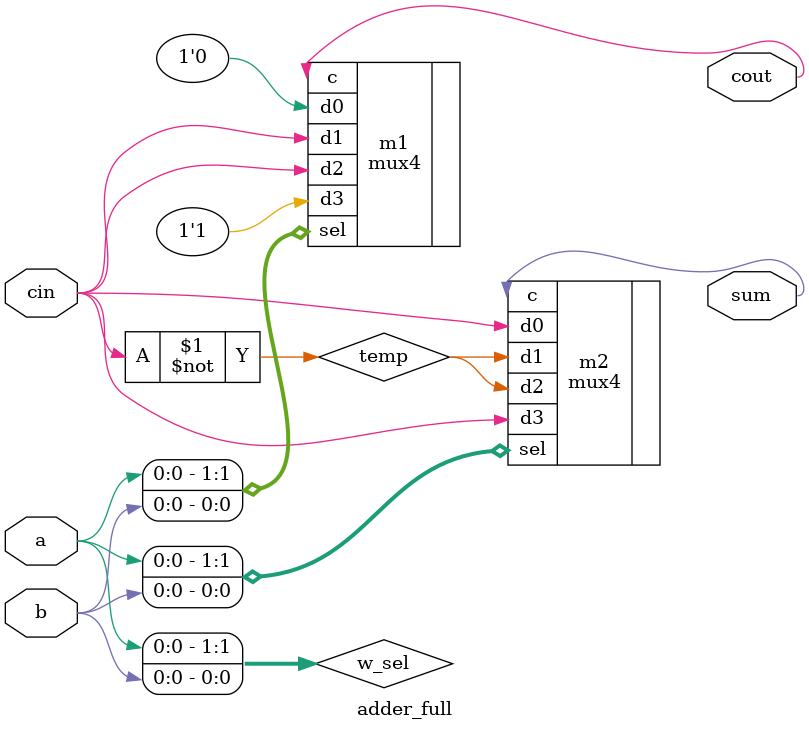
<source format=v>
`timescale 1ns / 1ps


module adder_full(input a,
input b,
input cin,
output cout,
output sum);
//assign sum=a^b^cin;
//assign cout=(a^b)&cin | a&b;
wire [1:0] w_sel;
assign w_sel[1]=a;
assign w_sel[0]=b;
mux4 m1(.sel(w_sel),.d0(1'b0),.d1(cin),.d2(cin),.d3(1'b1),.c(cout));
wire temp;
assign temp=~cin;
mux4 m2(.sel(w_sel),.d0(cin),.d1(temp),.d2(temp),.d3(cin),.c(sum));


endmodule

</source>
